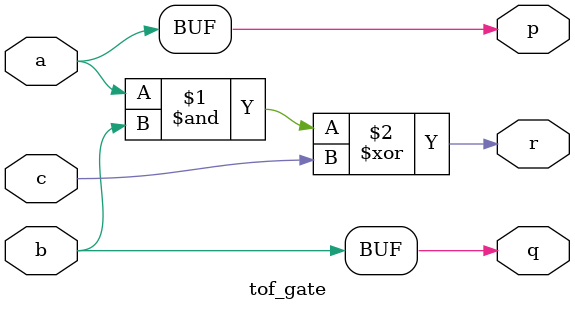
<source format=v>
module tof_gate(a,b,c,p,q,r);
input a,b,c;
output p,q,r;

	assign p = a;
	assign q = b;
	assign r = (a & b) ^ c;

endmodule

</source>
